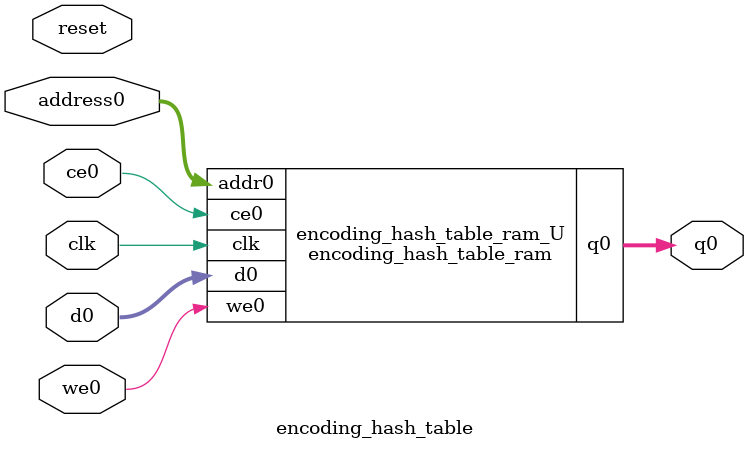
<source format=v>
`timescale 1 ns / 1 ps
module encoding_hash_table_ram (addr0, ce0, d0, we0, q0,  clk);

parameter DWIDTH = 33;
parameter AWIDTH = 15;
parameter MEM_SIZE = 32768;

input[AWIDTH-1:0] addr0;
input ce0;
input[DWIDTH-1:0] d0;
input we0;
output reg[DWIDTH-1:0] q0;
input clk;

reg [DWIDTH-1:0] ram[0:MEM_SIZE-1];




always @(posedge clk)  
begin 
    if (ce0) begin
        if (we0) 
            ram[addr0] <= d0; 
        q0 <= ram[addr0];
    end
end


endmodule

`timescale 1 ns / 1 ps
module encoding_hash_table(
    reset,
    clk,
    address0,
    ce0,
    we0,
    d0,
    q0);

parameter DataWidth = 32'd33;
parameter AddressRange = 32'd32768;
parameter AddressWidth = 32'd15;
input reset;
input clk;
input[AddressWidth - 1:0] address0;
input ce0;
input we0;
input[DataWidth - 1:0] d0;
output[DataWidth - 1:0] q0;



encoding_hash_table_ram encoding_hash_table_ram_U(
    .clk( clk ),
    .addr0( address0 ),
    .ce0( ce0 ),
    .we0( we0 ),
    .d0( d0 ),
    .q0( q0 ));

endmodule


</source>
